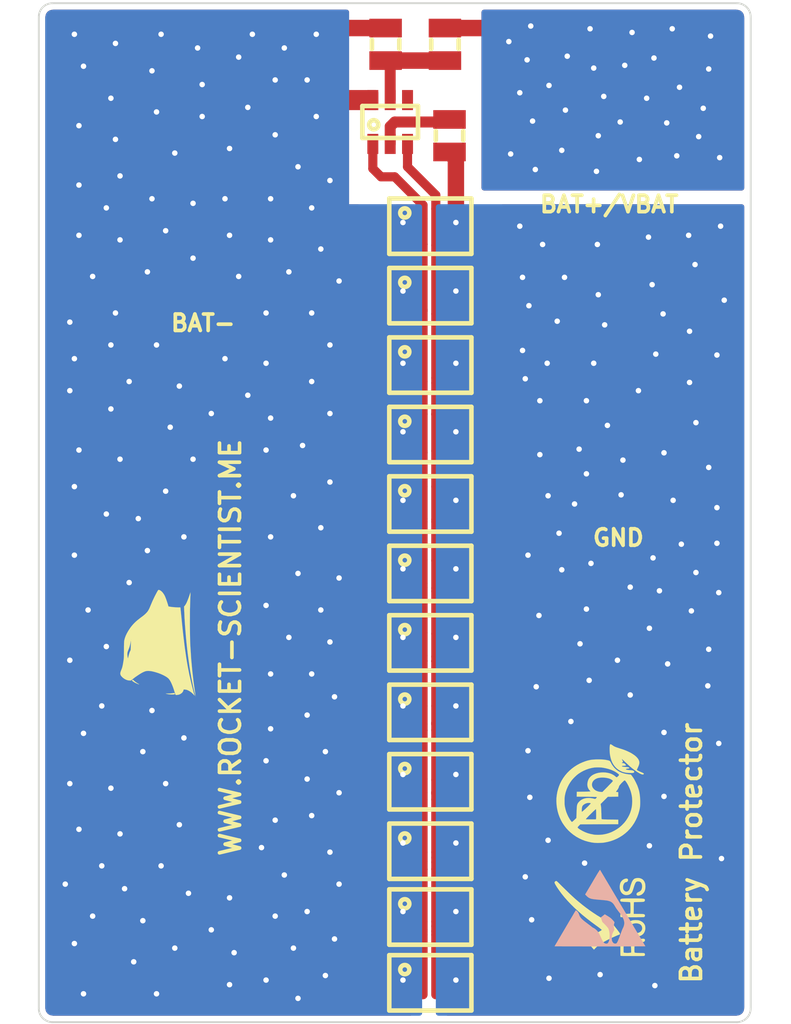
<source format=kicad_pcb>
(kicad_pcb (version 20211014) (generator pcbnew)
  (layers (0 "F.Cu" signal) (31 "B.Cu" signal) (34 "B.Paste" user) (35 "F.Paste" user) (36 "B.SilkS" user) (37 "F.SilkS" user) (38 "B.Mask" user) (39 "F.Mask" user) (44 "Edge.Cuts" user))
  (net 0 "")
  (net 1 "/vBATT")
  (net 2 "GND")
  (net 3 "N-0000014")
  (net 4 "N-0000015")
  (net 5 "N-0000016")
  (net 6 "N-0000017")
  (net 7 "N-0000022")
  (footprint "RS-Quadruped:Logo_Front_5mm" (layer "F.Cu") (at 6.5 35 90)
    (fp_text reference "VAL" hide)
    (fp_text value "REF" hide)
  )
  (footprint "RS-Quadruped:LeadFree_F.SilkS_6mm" (layer "F.Cu") (at 30.75 43.25 90)
    (fp_text reference "VAL" hide)
    (fp_text value "REF" hide)
  )
  (footprint "RS-Quadruped:TSSOP8" (layer "F.Cu") (at 21.45 16)
    (fp_text reference "U2" hide)
    (fp_text value "FS8205A" hide)
  )
  (footprint "RS-Quadruped:TSSOP8" (layer "F.Cu") (at 21.45 19.8)
    (fp_text reference "U3" hide)
    (fp_text value "FS8205A" hide)
  )
  (footprint "RS-Quadruped:TSSOP8" (layer "F.Cu") (at 21.45 23.6)
    (fp_text reference "U4" hide)
    (fp_text value "FS8205A" hide)
  )
  (footprint "RS-Quadruped:TSSOP8" (layer "F.Cu") (at 21.45 27.4)
    (fp_text reference "U5" hide)
    (fp_text value "FS8205A" hide)
  )
  (footprint "RS-Quadruped:TSSOP8" (layer "F.Cu") (at 21.45 31.2)
    (fp_text reference "U6" hide)
    (fp_text value "FS8205A" hide)
  )
  (footprint "RS-Quadruped:TSSOP8" (layer "F.Cu") (at 21.45 35)
    (fp_text reference "U7" hide)
    (fp_text value "FS8205A" hide)
  )
  (footprint "RS-Quadruped:TSSOP8" (layer "F.Cu") (at 21.45 38.8)
    (fp_text reference "U8" hide)
    (fp_text value "FS8205A" hide)
  )
  (footprint "RS-Quadruped:SM0805" (layer "F.Cu") (at 22.5 7.25 90)
    (fp_text reference "R2" hide)
    (fp_text value "1k" hide)
  )
  (footprint "RS-Quadruped:SM0805" (layer "F.Cu") (at 22.25 2.25 90)
    (fp_text reference "R1" hide)
    (fp_text value "100" hide)
  )
  (footprint "RS-Quadruped:SIL2_SMD_P" (layer "F.Cu") (at 14 10 180)
    (fp_text reference "BT1" hide)
    (fp_text value "BATTERY" hide)
  )
  (footprint "RS-Quadruped:SIL2_SMD_P" (layer "F.Cu") (at 38.25 17.75 -90)
    (fp_text reference "K1" hide)
    (fp_text value "CONN_2" hide)
  )
  (footprint "RS-Quadruped:SM0805" (layer "F.Cu") (at 19 2.25 90)
    (fp_text reference "C1" hide)
    (fp_text value "100nf" hide)
  )
  (footprint "RS-Quadruped:TSSOP8" (layer "F.Cu") (at 21.45 42.6)
    (fp_text reference "U9" hide)
    (fp_text value "FS8205A" hide)
  )
  (footprint "RS-Quadruped:SIL1_VIA" (layer "F.Cu") (at 22.85 23.45)
    (fp_text reference "P4" hide)
    (fp_text value "CONN_1" hide)
  )
  (footprint "RS-Quadruped:SIL1_VIA" (layer "F.Cu") (at 22.85 27.2)
    (fp_text reference "P4" hide)
    (fp_text value "CONN_1" hide)
  )
  (footprint "RS-Quadruped:SIL1_VIA" (layer "F.Cu") (at 22.85 34.7)
    (fp_text reference "P4" hide)
    (fp_text value "CONN_1" hide)
  )
  (footprint "RS-Quadruped:SIL1_VIA" (layer "F.Cu") (at 22.85 30.95)
    (fp_text reference "P4" hide)
    (fp_text value "CONN_1" hide)
  )
  (footprint "RS-Quadruped:SIL1_VIA" (layer "F.Cu") (at 22.85 45.95)
    (fp_text reference "P4" hide)
    (fp_text value "CONN_1" hide)
  )
  (footprint "RS-Quadruped:SIL1_VIA" (layer "F.Cu") (at 22.85 49.7)
    (fp_text reference "P4" hide)
    (fp_text value "CONN_1" hide)
  )
  (footprint "RS-Quadruped:SIL1_VIA" (layer "F.Cu") (at 22.85 42.2)
    (fp_text reference "P4" hide)
    (fp_text value "CONN_1" hide)
  )
  (footprint "RS-Quadruped:SIL1_VIA" (layer "F.Cu") (at 22.85 38.45)
    (fp_text reference "P4" hide)
    (fp_text value "CONN_1" hide)
  )
  (footprint "RS-Quadruped:SIL1_VIA" (layer "F.Cu") (at 27.6 13.2)
    (fp_text reference "P4" hide)
    (fp_text value "CONN_1" hide)
  )
  (footprint "RS-Quadruped:SIL1_VIA" (layer "F.Cu") (at 30.6 13.2)
    (fp_text reference "P4" hide)
    (fp_text value "CONN_1" hide)
  )
  (footprint "RS-Quadruped:SIL1_VIA" (layer "F.Cu") (at 34.2 17)
    (fp_text reference "P4" hide)
    (fp_text value "CONN_1" hide)
  )
  (footprint "RS-Quadruped:SIL1_VIA" (layer "F.Cu") (at 33.4 12.8)
    (fp_text reference "P4" hide)
    (fp_text value "CONN_1" hide)
  )
  (footprint "RS-Quadruped:SIL1_VIA" (layer "F.Cu") (at 28.8 15)
    (fp_text reference "P4" hide)
    (fp_text value "CONN_1" hide)
  )
  (footprint "RS-Quadruped:SIL1_VIA" (layer "F.Cu") (at 30.65 15.95)
    (fp_text reference "P4" hide)
    (fp_text value "CONN_1" hide)
  )
  (footprint "RS-Quadruped:SIL1_VIA" (layer "F.Cu") (at 33.6 15.4)
    (fp_text reference "P4" hide)
    (fp_text value "CONN_1" hide)
  )
  (footprint "RS-Quadruped:SIL1_VIA" (layer "F.Cu") (at 35.95 14.3)
    (fp_text reference "P4" hide)
    (fp_text value "CONN_1" hide)
  )
  (footprint "RS-Quadruped:SIL1_VIA" (layer "F.Cu") (at 28.4 17.4)
    (fp_text reference "P4" hide)
    (fp_text value "CONN_1" hide)
  )
  (footprint "RS-Quadruped:SIL1_VIA" (layer "F.Cu") (at 31 17.6)
    (fp_text reference "P4" hide)
    (fp_text value "CONN_1" hide)
  )
  (footprint "RS-Quadruped:SIL1_VIA" (layer "F.Cu") (at 35.65 17.95)
    (fp_text reference "P4" hide)
    (fp_text value "CONN_1" hide)
  )
  (footprint "RS-Quadruped:SIL1_VIA" (layer "F.Cu") (at 33.8 19.2)
    (fp_text reference "P4" hide)
    (fp_text value "CONN_1" hide)
  )
  (footprint "RS-Quadruped:SIL1_VIA" (layer "F.Cu") (at 27.85 19.7)
    (fp_text reference "P4" hide)
    (fp_text value "CONN_1" hide)
  )
  (footprint "RS-Quadruped:SIL1_VIA" (layer "F.Cu") (at 37.55 16.25)
    (fp_text reference "P4" hide)
    (fp_text value "CONN_1" hide)
  )
  (footprint "RS-Quadruped:SIL1_VIA" (layer "F.Cu") (at 30.4 19.7)
    (fp_text reference "P4" hide)
    (fp_text value "CONN_1" hide)
  )
  (footprint "RS-Quadruped:SIL1_VIA" (layer "F.Cu") (at 37.15 19.25)
    (fp_text reference "P4" hide)
    (fp_text value "CONN_1" hide)
  )
  (footprint "RS-Quadruped:SIL1_VIA" (layer "F.Cu") (at 27.45 24.7)
    (fp_text reference "P4" hide)
    (fp_text value "CONN_1" hide)
  )
  (footprint "RS-Quadruped:SIL1_VIA" (layer "F.Cu") (at 35.65 20.75)
    (fp_text reference "P4" hide)
    (fp_text value "CONN_1" hide)
  )
  (footprint "RS-Quadruped:SIL1_VIA" (layer "F.Cu") (at 34.25 43.4)
    (fp_text reference "P4" hide)
    (fp_text value "CONN_1" hide)
  )
  (footprint "RS-Quadruped:SIL1_VIA" (layer "F.Cu") (at 32.85 21.2)
    (fp_text reference "P4" hide)
    (fp_text value "CONN_1" hide)
  )
  (footprint "RS-Quadruped:SIL1_VIA" (layer "F.Cu") (at 27.45 21.75)
    (fp_text reference "P4" hide)
    (fp_text value "CONN_1" hide)
  )
  (footprint "RS-Quadruped:SIL1_VIA" (layer "F.Cu") (at 31.15 23.1)
    (fp_text reference "P4" hide)
    (fp_text value "CONN_1" hide)
  )
  (footprint "RS-Quadruped:SIL1_VIA" (layer "F.Cu") (at 34.75 27.2)
    (fp_text reference "P4" hide)
    (fp_text value "CONN_1" hide)
  )
  (footprint "RS-Quadruped:SIL1_VIA" (layer "F.Cu") (at 36 22.95)
    (fp_text reference "P4" hide)
    (fp_text value "CONN_1" hide)
  )
  (footprint "RS-Quadruped:SIL1_VIA" (layer "F.Cu") (at 31.9 26.9)
    (fp_text reference "P4" hide)
    (fp_text value "CONN_1" hide)
  )
  (footprint "RS-Quadruped:SIL1_VIA" (layer "F.Cu") (at 36.7 25.4)
    (fp_text reference "P4" hide)
    (fp_text value "CONN_1" hide)
  )
  (footprint "RS-Quadruped:SIL1_VIA" (layer "F.Cu") (at 37.15 27.6)
    (fp_text reference "P4" hide)
    (fp_text value "CONN_1" hide)
  )
  (footprint "RS-Quadruped:SIL1_VIA" (layer "F.Cu") (at 37.15 29.55)
    (fp_text reference "P4" hide)
    (fp_text value "CONN_1" hide)
  )
  (footprint "RS-Quadruped:SIL1_VIA" (layer "F.Cu") (at 32.4 31.95)
    (fp_text reference "P4" hide)
    (fp_text value "CONN_1" hide)
  )
  (footprint "RS-Quadruped:SIL1_VIA" (layer "F.Cu") (at 30 33.15)
    (fp_text reference "P4" hide)
    (fp_text value "CONN_1" hide)
  )
  (footprint "RS-Quadruped:SIL1_VIA" (layer "F.Cu") (at 32 25)
    (fp_text reference "P4" hide)
    (fp_text value "CONN_1" hide)
  )
  (footprint "RS-Quadruped:SIL1_VIA" (layer "F.Cu") (at 34.25 24.6)
    (fp_text reference "P4" hide)
    (fp_text value "CONN_1" hide)
  )
  (footprint "RS-Quadruped:SIL1_VIA" (layer "F.Cu") (at 31.7 35.95)
    (fp_text reference "P4" hide)
    (fp_text value "CONN_1" hide)
  )
  (footprint "RS-Quadruped:SIL1_VIA" (layer "F.Cu") (at 27.95 53.35)
    (fp_text reference "P4" hide)
    (fp_text value "CONN_1" hide)
  )
  (footprint "RS-Quadruped:SIL1_VIA" (layer "F.Cu") (at 29.35 27.4)
    (fp_text reference "P4" hide)
    (fp_text value "CONN_1" hide)
  )
  (footprint "RS-Quadruped:SIL1_VIA" (layer "F.Cu") (at 35.2 29.6)
    (fp_text reference "P4" hide)
    (fp_text value "CONN_1" hide)
  )
  (footprint "RS-Quadruped:SIL1_VIA" (layer "F.Cu") (at 33.65 30.35)
    (fp_text reference "P4" hide)
    (fp_text value "CONN_1" hide)
  )
  (footprint "RS-Quadruped:SIL1_VIA" (layer "F.Cu") (at 31.85 6.5)
    (fp_text reference "P4" hide)
    (fp_text value "CONN_1" hide)
  )
  (footprint "RS-Quadruped:SIL1_VIA" (layer "F.Cu") (at 33.3 5.2)
    (fp_text reference "P4" hide)
    (fp_text value "CONN_1" hide)
  )
  (footprint "RS-Quadruped:SIL1_VIA" (layer "F.Cu") (at 32.1 3.4)
    (fp_text reference "P4" hide)
    (fp_text value "CONN_1" hide)
  )
  (footprint "RS-Quadruped:SIL1_VIA" (layer "F.Cu") (at 32.5 1.6)
    (fp_text reference "P4" hide)
    (fp_text value "CONN_1" hide)
  )
  (footprint "RS-Quadruped:SIL1_VIA" (layer "F.Cu") (at 33.7 3)
    (fp_text reference "P4" hide)
    (fp_text value "CONN_1" hide)
  )
  (footprint "RS-Quadruped:SIL1_VIA" (layer "F.Cu") (at 36.8 1.8)
    (fp_text reference "P4" hide)
    (fp_text value "CONN_1" hide)
  )
  (footprint "RS-Quadruped:SIL1_VIA" (layer "F.Cu") (at 34.7 1.4)
    (fp_text reference "P4" hide)
    (fp_text value "CONN_1" hide)
  )
  (footprint "RS-Quadruped:SIL1_VIA" (layer "F.Cu") (at 36.7 3.6)
    (fp_text reference "P4" hide)
    (fp_text value "CONN_1" hide)
  )
  (footprint "RS-Quadruped:SIL1_VIA" (layer "F.Cu") (at 36.4 5.75)
    (fp_text reference "P4" hide)
    (fp_text value "CONN_1" hide)
  )
  (footprint "RS-Quadruped:SIL1_VIA" (layer "F.Cu") (at 34.4 6.55)
    (fp_text reference "P4" hide)
    (fp_text value "CONN_1" hide)
  )
  (footprint "RS-Quadruped:SIL1_VIA" (layer "F.Cu") (at 35.1 4.6)
    (fp_text reference "P4" hide)
    (fp_text value "CONN_1" hide)
  )
  (footprint "RS-Quadruped:SIL1_VIA" (layer "F.Cu") (at 30 25.75)
    (fp_text reference "P4" hide)
    (fp_text value "CONN_1" hide)
  )
  (footprint "RS-Quadruped:SIL1_VIA" (layer "F.Cu") (at 28.5 29)
    (fp_text reference "P4" hide)
    (fp_text value "CONN_1" hide)
  )
  (footprint "RS-Quadruped:SIL1_VIA" (layer "F.Cu") (at 37.25 40.5)
    (fp_text reference "P4" hide)
    (fp_text value "CONN_1" hide)
  )
  (footprint "RS-Quadruped:SIL1_VIA" (layer "F.Cu") (at 35.75 33.25)
    (fp_text reference "P4" hide)
    (fp_text value "CONN_1" hide)
  )
  (footprint "RS-Quadruped:SIL1_VIA" (layer "F.Cu") (at 26.5 19)
    (fp_text reference "P4" hide)
    (fp_text value "CONN_1" hide)
  )
  (footprint "RS-Quadruped:SIL1_VIA" (layer "F.Cu") (at 30 21.75)
    (fp_text reference "P4" hide)
    (fp_text value "CONN_1" hide)
  )
  (footprint "RS-Quadruped:SIL1_VIA" (layer "F.Cu") (at 26.5 15)
    (fp_text reference "P4" hide)
    (fp_text value "CONN_1" hide)
  )
  (footprint "RS-Quadruped:SIL1_VIA" (layer "F.Cu") (at 28.85 5.85)
    (fp_text reference "P4" hide)
    (fp_text value "CONN_1" hide)
  )
  (footprint "RS-Quadruped:SIL1_VIA" (layer "F.Cu") (at 28.65 8.05)
    (fp_text reference "P4" hide)
    (fp_text value "CONN_1" hide)
  )
  (footprint "RS-Quadruped:SIL1_VIA" (layer "F.Cu") (at 30.65 7.25)
    (fp_text reference "P4" hide)
    (fp_text value "CONN_1" hide)
  )
  (footprint "RS-Quadruped:SIL1_VIA" (layer "F.Cu") (at 30.95 5.1)
    (fp_text reference "P4" hide)
    (fp_text value "CONN_1" hide)
  )
  (footprint "RS-Quadruped:SIL1_VIA" (layer "F.Cu") (at 28.95 2.9)
    (fp_text reference "P4" hide)
    (fp_text value "CONN_1" hide)
  )
  (footprint "RS-Quadruped:SIL1_VIA" (layer "F.Cu") (at 27.95 4.5)
    (fp_text reference "P4" hide)
    (fp_text value "CONN_1" hide)
  )
  (footprint "RS-Quadruped:SIL1_VIA" (layer "F.Cu") (at 26.75 3.1)
    (fp_text reference "P4" hide)
    (fp_text value "CONN_1" hide)
  )
  (footprint "RS-Quadruped:SIL1_VIA" (layer "F.Cu") (at 26.35 4.9)
    (fp_text reference "P4" hide)
    (fp_text value "CONN_1" hide)
  )
  (footprint "RS-Quadruped:SIL1_VIA" (layer "F.Cu") (at 27.05 6.45)
    (fp_text reference "P4" hide)
    (fp_text value "CONN_1" hide)
  )
  (footprint "RS-Quadruped:SIL1_VIA" (layer "F.Cu") (at 25.85 8.25)
    (fp_text reference "P4" hide)
    (fp_text value "CONN_1" hide)
  )
  (footprint "RS-Quadruped:SIL1_VIA" (layer "F.Cu") (at 26.95 1.25)
    (fp_text reference "P4" hide)
    (fp_text value "CONN_1" hide)
  )
  (footprint "RS-Quadruped:SIL1_VIA" (layer "F.Cu") (at 30.2 1.4)
    (fp_text reference "P4" hide)
    (fp_text value "CONN_1" hide)
  )
  (footprint "RS-Quadruped:SIL1_VIA" (layer "F.Cu") (at 34.95 8.35)
    (fp_text reference "P4" hide)
    (fp_text value "CONN_1" hide)
  )
  (footprint "RS-Quadruped:SIL1_VIA" (layer "F.Cu") (at 37.3 8.45)
    (fp_text reference "P4" hide)
    (fp_text value "CONN_1" hide)
  )
  (footprint "RS-Quadruped:SIL1_VIA" (layer "F.Cu") (at 30.55 9.2)
    (fp_text reference "P4" hide)
    (fp_text value "CONN_1" hide)
  )
  (footprint "RS-Quadruped:SIL1_VIA" (layer "F.Cu") (at 32.9 8.55)
    (fp_text reference "P4" hide)
    (fp_text value "CONN_1" hide)
  )
  (footprint "RS-Quadruped:SIL1_VIA" (layer "F.Cu") (at 27.2 9.1)
    (fp_text reference "P4" hide)
    (fp_text value "CONN_1" hide)
  )
  (footprint "RS-Quadruped:SIL1_VIA" (layer "F.Cu") (at 36.15 7.3)
    (fp_text reference "P4" hide)
    (fp_text value "CONN_1" hide)
  )
  (footprint "RS-Quadruped:SIL1_VIA" (layer "F.Cu") (at 30.4 3.55)
    (fp_text reference "P4" hide)
    (fp_text value "CONN_1" hide)
  )
  (footprint "RS-Quadruped:SIL1_VIA" (layer "F.Cu") (at 36 31.15)
    (fp_text reference "P4" hide)
    (fp_text value "CONN_1" hide)
  )
  (footprint "RS-Quadruped:SIL1_VIA" (layer "F.Cu") (at 37.4 46.8)
    (fp_text reference "P4" hide)
    (fp_text value "CONN_1" hide)
  )
  (footprint "RS-Quadruped:SIL1_VIA" (layer "F.Cu") (at 34.25 39.9)
    (fp_text reference "P4" hide)
    (fp_text value "CONN_1" hide)
  )
  (footprint "RS-Quadruped:SIL1_VIA" (layer "F.Cu") (at 37.25 32.25)
    (fp_text reference "P4" hide)
    (fp_text value "CONN_1" hide)
  )
  (footprint "RS-Quadruped:SIL1_VIA" (layer "F.Cu") (at 27.25 37.4)
    (fp_text reference "P4" hide)
    (fp_text value "CONN_1" hide)
  )
  (footprint "RS-Quadruped:SIL1_VIA" (layer "F.Cu") (at 30.15 37.05)
    (fp_text reference "P4" hide)
    (fp_text value "CONN_1" hide)
  )
  (footprint "RS-Quadruped:SIL1_VIA" (layer "F.Cu") (at 27 50.15)
    (fp_text reference "P4" hide)
    (fp_text value "CONN_1" hide)
  )
  (footprint "RS-Quadruped:SIL1_VIA" (layer "F.Cu") (at 32.4 37.85)
    (fp_text reference "P4" hide)
    (fp_text value "CONN_1" hide)
  )
  (footprint "RS-Quadruped:SIL1_VIA" (layer "F.Cu") (at 33.45 46.1)
    (fp_text reference "P4" hide)
    (fp_text value "CONN_1" hide)
  )
  (footprint "RS-Quadruped:SIL1_VIA" (layer "F.Cu") (at 26.8 40.9)
    (fp_text reference "P4" hide)
    (fp_text value "CONN_1" hide)
  )
  (footprint "RS-Quadruped:SIL1_VIA" (layer "F.Cu") (at 36.7 35.35)
    (fp_text reference "P4" hide)
    (fp_text value "CONN_1" hide)
  )
  (footprint "RS-Quadruped:SIL1_VIA" (layer "F.Cu") (at 33.45 34.2)
    (fp_text reference "P4" hide)
    (fp_text value "CONN_1" hide)
  )
  (footprint "RS-Quadruped:SIL1_VIA" (layer "F.Cu") (at 26.9 43.45)
    (fp_text reference "P4" hide)
    (fp_text value "CONN_1" hide)
  )
  (footprint "RS-Quadruped:SIL1_VIA" (layer "F.Cu") (at 29.65 35.05)
    (fp_text reference "P4" hide)
    (fp_text value "CONN_1" hide)
  )
  (footprint "RS-Quadruped:SIL1_VIA" (layer "F.Cu") (at 36.65 37.35)
    (fp_text reference "P4" hide)
    (fp_text value "CONN_1" hide)
  )
  (footprint "RS-Quadruped:SIL1_VIA" (layer "F.Cu") (at 34.45 36.15)
    (fp_text reference "P4" hide)
    (fp_text value "CONN_1" hide)
  )
  (footprint "RS-Quadruped:SIL1_VIA" (layer "F.Cu") (at 29.15 39.3)
    (fp_text reference "P4" hide)
    (fp_text value "CONN_1" hide)
  )
  (footprint "RS-Quadruped:SIL1_VIA" (layer "F.Cu") (at 30.75 53.15)
    (fp_text reference "P4" hide)
    (fp_text value "CONN_1" hide)
  )
  (footprint "RS-Quadruped:SIL1_VIA" (layer "F.Cu") (at 27.9 45.8)
    (fp_text reference "P4" hide)
    (fp_text value "CONN_1" hide)
  )
  (footprint "RS-Quadruped:SIL1_VIA" (layer "F.Cu") (at 33.75 53.75)
    (fp_text reference "P4" hide)
    (fp_text value "CONN_1" hide)
  )
  (footprint "RS-Quadruped:SIL1_VIA" (layer "F.Cu") (at 19.95 45.95)
    (fp_text reference "P4" hide)
    (fp_text value "CONN_1" hide)
  )
  (footprint "RS-Quadruped:SIL1_VIA" (layer "F.Cu") (at 19.95 49.7)
    (fp_text reference "P4" hide)
    (fp_text value "CONN_1" hide)
  )
  (footprint "RS-Quadruped:SIL1_VIA" (layer "F.Cu") (at 19.95 42.2)
    (fp_text reference "P4" hide)
    (fp_text value "CONN_1" hide)
  )
  (footprint "RS-Quadruped:SIL1_VIA" (layer "F.Cu") (at 27.4 33.5)
    (fp_text reference "P4" hide)
    (fp_text value "CONN_1" hide)
  )
  (footprint "RS-Quadruped:SIL1_VIA" (layer "F.Cu") (at 28.65 31)
    (fp_text reference "P4" hide)
    (fp_text value "CONN_1" hide)
  )
  (footprint "RS-Quadruped:SIL1_VIA" (layer "F.Cu") (at 27.9 26.95)
    (fp_text reference "P4" hide)
    (fp_text value "CONN_1" hide)
  )
  (footprint "RS-Quadruped:SIL1_VIA" (layer "F.Cu") (at 29.6 24.4)
    (fp_text reference "P4" hide)
    (fp_text value "CONN_1" hide)
  )
  (footprint "RS-Quadruped:SIL1_VIA" (layer "F.Cu") (at 26.65 20.55)
    (fp_text reference "P4" hide)
    (fp_text value "CONN_1" hide)
  )
  (footprint "RS-Quadruped:SIL1_VIA" (layer "F.Cu") (at 26.35 12.2)
    (fp_text reference "P4" hide)
    (fp_text value "CONN_1" hide)
  )
  (footprint "RS-Quadruped:SIL1_VIA" (layer "F.Cu") (at 26.85 16.55)
    (fp_text reference "P4" hide)
    (fp_text value "CONN_1" hide)
  )
  (footprint "RS-Quadruped:SIL1_VIA" (layer "F.Cu") (at 26.8 30.2)
    (fp_text reference "P4" hide)
    (fp_text value "CONN_1" hide)
  )
  (footprint "RS-Quadruped:TSSOP8" (layer "F.Cu") (at 21.45 46.4)
    (fp_text reference "U10" hide)
    (fp_text value "FS8205A" hide)
  )
  (footprint "RS-Quadruped:SIL1_VIA" (layer "F.Cu") (at 19.95 53.45)
    (fp_text reference "P4" hide)
    (fp_text value "CONN_1" hide)
  )
  (footprint "RS-Quadruped:SIL1_VIA" (layer "F.Cu") (at 22.85 53.45)
    (fp_text reference "P4" hide)
    (fp_text value "CONN_1" hide)
  )
  (footprint "RS-Quadruped:SIL1_VIA" (layer "F.Cu") (at 37.35 12.2)
    (fp_text reference "P4" hide)
    (fp_text value "CONN_1" hide)
  )
  (footprint "RS-Quadruped:SIL1_VIA" (layer "F.Cu") (at 35.6 12.7)
    (fp_text reference "P4" hide)
    (fp_text value "CONN_1" hide)
  )
  (footprint "RS-Quadruped:SIL1_VIA" (layer "F.Cu") (at 34 32.15)
    (fp_text reference "P4" hide)
    (fp_text value "CONN_1" hide)
  )
  (footprint "RS-Quadruped:SIL1_VIA" (layer "F.Cu") (at 30.25 30.65)
    (fp_text reference "P4" hide)
    (fp_text value "CONN_1" hide)
  )
  (footprint "RS-Quadruped:TSSOP8" (layer "F.Cu") (at 21.45 50)
    (fp_text reference "U11" hide)
    (fp_text value "FS8205A" hide)
  )
  (footprint "RS-Quadruped:TSSOP8" (layer "F.Cu") (at 21.45 53.6)
    (fp_text reference "U12" hide)
    (fp_text value "FS8205A" hide)
  )
  (footprint "RS-Quadruped:SOT23-6" (layer "F.Cu") (at 19.25 6.5)
    (fp_text reference "U13" hide)
    (fp_text value "FS312F-G" hide)
  )
  (footprint "RS-Quadruped:SIL1_VIA" (layer "F.Cu") (at 22.85 15.75)
    (fp_text reference "P4" hide)
    (fp_text value "CONN_1" hide)
  )
  (footprint "RS-Quadruped:SIL1_VIA" (layer "F.Cu") (at 22.85 19.7)
    (fp_text reference "P4" hide)
    (fp_text value "CONN_1" hide)
  )
  (footprint "RS-Quadruped:SIL1_VIA" (layer "F.Cu") (at 22.85 12)
    (fp_text reference "P4" hide)
    (fp_text value "CONN_1" hide)
  )
  (footprint "RS-Quadruped:SIL1_VIA" (layer "F.Cu") (at 19.95 38.45)
    (fp_text reference "P4" hide)
    (fp_text value "CONN_1" hide)
  )
  (footprint "RS-Quadruped:SIL1_VIA" (layer "F.Cu") (at 19.95 27.2)
    (fp_text reference "P4" hide)
    (fp_text value "CONN_1" hide)
  )
  (footprint "RS-Quadruped:SIL1_VIA" (layer "F.Cu") (at 19.95 34.7)
    (fp_text reference "P4" hide)
    (fp_text value "CONN_1" hide)
  )
  (footprint "RS-Quadruped:SIL1_VIA" (layer "F.Cu") (at 19.95 30.95)
    (fp_text reference "P4" hide)
    (fp_text value "CONN_1" hide)
  )
  (footprint "RS-Quadruped:SIL1_VIA" (layer "F.Cu") (at 19.95 15.75)
    (fp_text reference "P4" hide)
    (fp_text value "CONN_1" hide)
  )
  (footprint "RS-Quadruped:SIL1_VIA" (layer "F.Cu") (at 19.95 19.7)
    (fp_text reference "P4" hide)
    (fp_text value "CONN_1" hide)
  )
  (footprint "RS-Quadruped:SIL1_VIA" (layer "F.Cu") (at 19.95 12)
    (fp_text reference "P4" hide)
    (fp_text value "CONN_1" hide)
  )
  (footprint "RS-Quadruped:SIL1_VIA" (layer "F.Cu") (at 19.95 23.45)
    (fp_text reference "P4" hide)
    (fp_text value "CONN_1" hide)
  )
  (footprint "RS-Quadruped:ROHS_F.SilkS_6mm" (layer "F.Cu") (at 30.75 50 90)
    (fp_text reference "VAL" hide)
    (fp_text value "REF" hide)
  )
  (footprint "RS-Quadruped:SIL1_VIA" (layer "F.Cu") (at 29.9 47.05)
    (fp_text reference "P4" hide)
    (fp_text value "CONN_1" hide)
  )
  (footprint "RS-Quadruped:SIL1_VIA" (layer "F.Cu") (at 26.65 47.8)
    (fp_text reference "P4" hide)
    (fp_text value "CONN_1" hide)
  )
  (footprint "RS-Quadruped:SIL1_VIA" (layer "F.Cu") (at 1.95 1.7)
    (fp_text reference "P4" hide)
    (fp_text value "CONN_1" hide)
  )
  (footprint "RS-Quadruped:SIL1_VIA" (layer "F.Cu") (at 4.2 2.2)
    (fp_text reference "P4" hide)
    (fp_text value "CONN_1" hide)
  )
  (footprint "RS-Quadruped:SIL1_VIA" (layer "F.Cu") (at 6.7 1.7)
    (fp_text reference "P4" hide)
    (fp_text value "CONN_1" hide)
  )
  (footprint "RS-Quadruped:SIL1_VIA" (layer "F.Cu") (at 13.45 2.45)
    (fp_text reference "P4" hide)
    (fp_text value "CONN_1" hide)
  )
  (footprint "RS-Quadruped:SIL1_VIA" (layer "F.Cu") (at 10.95 2.95)
    (fp_text reference "P4" hide)
    (fp_text value "CONN_1" hide)
  )
  (footprint "RS-Quadruped:SIL1_VIA" (layer "F.Cu") (at 8.7 2.45)
    (fp_text reference "P4" hide)
    (fp_text value "CONN_1" hide)
  )
  (footprint "RS-Quadruped:SIL1_VIA" (layer "F.Cu") (at 11.7 1.7)
    (fp_text reference "P4" hide)
    (fp_text value "CONN_1" hide)
  )
  (footprint "RS-Quadruped:SIL1_VIA" (layer "F.Cu") (at 15.2 1.7)
    (fp_text reference "P4" hide)
    (fp_text value "CONN_1" hide)
  )
  (footprint "RS-Quadruped:SIL1_VIA" (layer "F.Cu") (at 14.7 4.2)
    (fp_text reference "P4" hide)
    (fp_text value "CONN_1" hide)
  )
  (footprint "RS-Quadruped:SIL1_VIA" (layer "F.Cu") (at 12.95 4.2)
    (fp_text reference "P4" hide)
    (fp_text value "CONN_1" hide)
  )
  (footprint "RS-Quadruped:SIL1_VIA" (layer "F.Cu") (at 15.2 6.2)
    (fp_text reference "P4" hide)
    (fp_text value "CONN_1" hide)
  )
  (footprint "RS-Quadruped:SIL1_VIA" (layer "F.Cu") (at 2.45 3.45)
    (fp_text reference "P4" hide)
    (fp_text value "CONN_1" hide)
  )
  (footprint "RS-Quadruped:SIL1_VIA" (layer "F.Cu") (at 6.2 3.7)
    (fp_text reference "P4" hide)
    (fp_text value "CONN_1" hide)
  )
  (footprint "RS-Quadruped:SIL1_VIA" (layer "F.Cu") (at 8.95 4.45)
    (fp_text reference "P4" hide)
    (fp_text value "CONN_1" hide)
  )
  (footprint "RS-Quadruped:SIL1_VIA" (layer "F.Cu") (at 11.45 5.7)
    (fp_text reference "P4" hide)
    (fp_text value "CONN_1" hide)
  )
  (footprint "RS-Quadruped:SIL1_VIA" (layer "F.Cu") (at 12.95 7.2)
    (fp_text reference "P4" hide)
    (fp_text value "CONN_1" hide)
  )
  (footprint "RS-Quadruped:SIL1_VIA" (layer "F.Cu") (at 3.95 5.2)
    (fp_text reference "P4" hide)
    (fp_text value "CONN_1" hide)
  )
  (footprint "RS-Quadruped:SIL1_VIA" (layer "F.Cu") (at 2.2 6.7)
    (fp_text reference "P4" hide)
    (fp_text value "CONN_1" hide)
  )
  (footprint "RS-Quadruped:SIL1_VIA" (layer "F.Cu") (at 6.45 5.95)
    (fp_text reference "P4" hide)
    (fp_text value "CONN_1" hide)
  )
  (footprint "RS-Quadruped:SIL1_VIA" (layer "F.Cu") (at 7.45 8.2)
    (fp_text reference "P4" hide)
    (fp_text value "CONN_1" hide)
  )
  (footprint "RS-Quadruped:SIL1_VIA" (layer "F.Cu") (at 10.45 7.95)
    (fp_text reference "P4" hide)
    (fp_text value "CONN_1" hide)
  )
  (footprint "RS-Quadruped:SIL1_VIA" (layer "F.Cu") (at 14.2 8.95)
    (fp_text reference "P4" hide)
    (fp_text value "CONN_1" hide)
  )
  (footprint "RS-Quadruped:SIL1_VIA" (layer "F.Cu") (at 10.2 10.7)
    (fp_text reference "P4" hide)
    (fp_text value "CONN_1" hide)
  )
  (footprint "RS-Quadruped:SIL1_VIA" (layer "F.Cu") (at 14.95 11.2)
    (fp_text reference "P4" hide)
    (fp_text value "CONN_1" hide)
  )
  (footprint "RS-Quadruped:SIL1_VIA" (layer "F.Cu") (at 12.7 10.7)
    (fp_text reference "P4" hide)
    (fp_text value "CONN_1" hide)
  )
  (footprint "RS-Quadruped:SIL1_VIA" (layer "F.Cu") (at 15.45 13.45)
    (fp_text reference "P4" hide)
    (fp_text value "CONN_1" hide)
  )
  (footprint "RS-Quadruped:SIL1_VIA" (layer "F.Cu") (at 12.7 12.95)
    (fp_text reference "P4" hide)
    (fp_text value "CONN_1" hide)
  )
  (footprint "RS-Quadruped:SIL1_VIA" (layer "F.Cu") (at 6.2 10.7)
    (fp_text reference "P4" hide)
    (fp_text value "CONN_1" hide)
  )
  (footprint "RS-Quadruped:SIL1_VIA" (layer "F.Cu") (at 4.45 9.45)
    (fp_text reference "P4" hide)
    (fp_text value "CONN_1" hide)
  )
  (footprint "RS-Quadruped:SIL1_VIA" (layer "F.Cu") (at 8.95 6.2)
    (fp_text reference "P4" hide)
    (fp_text value "CONN_1" hide)
  )
  (footprint "RS-Quadruped:SIL1_VIA" (layer "F.Cu") (at 4.45 12.95)
    (fp_text reference "P4" hide)
    (fp_text value "CONN_1" hide)
  )
  (footprint "RS-Quadruped:SIL1_VIA" (layer "F.Cu") (at 5.95 14.7)
    (fp_text reference "P4" hide)
    (fp_text value "CONN_1" hide)
  )
  (footprint "RS-Quadruped:SIL1_VIA" (layer "F.Cu") (at 2.95 14.95)
    (fp_text reference "P4" hide)
    (fp_text value "CONN_1" hide)
  )
  (footprint "RS-Quadruped:SIL1_VIA" (layer "F.Cu") (at 8.45 13.95)
    (fp_text reference "P4" hide)
    (fp_text value "CONN_1" hide)
  )
  (footprint "RS-Quadruped:SIL1_VIA" (layer "F.Cu") (at 6.95 12.45)
    (fp_text reference "P4" hide)
    (fp_text value "CONN_1" hide)
  )
  (footprint "RS-Quadruped:SIL1_VIA" (layer "F.Cu") (at 3.7 11.2)
    (fp_text reference "P4" hide)
    (fp_text value "CONN_1" hide)
  )
  (footprint "RS-Quadruped:SIL1_VIA" (layer "F.Cu") (at 8.45 10.95)
    (fp_text reference "P4" hide)
    (fp_text value "CONN_1" hide)
  )
  (footprint "RS-Quadruped:SIL1_VIA" (layer "F.Cu") (at 10.45 12.7)
    (fp_text reference "P4" hide)
    (fp_text value "CONN_1" hide)
  )
  (footprint "RS-Quadruped:SIL1_VIA" (layer "F.Cu") (at 2.2 9.95)
    (fp_text reference "P4" hide)
    (fp_text value "CONN_1" hide)
  )
  (footprint "RS-Quadruped:SIL1_VIA" (layer "F.Cu") (at 4.2 7.45)
    (fp_text reference "P4" hide)
    (fp_text value "CONN_1" hide)
  )
  (footprint "RS-Quadruped:SIL1_VIA" (layer "F.Cu") (at 13.7 14.7)
    (fp_text reference "P4" hide)
    (fp_text value "CONN_1" hide)
  )
  (footprint "RS-Quadruped:SIL1_VIA" (layer "F.Cu") (at 10.95 14.95)
    (fp_text reference "P4" hide)
    (fp_text value "CONN_1" hide)
  )
  (footprint "RS-Quadruped:SIL1_VIA" (layer "F.Cu") (at 2.2 12.7)
    (fp_text reference "P4" hide)
    (fp_text value "CONN_1" hide)
  )
  (footprint "RS-Quadruped:SIL1_VIA" (layer "F.Cu") (at 12.45 19.7)
    (fp_text reference "P4" hide)
    (fp_text value "CONN_1" hide)
  )
  (footprint "RS-Quadruped:SIL1_VIA" (layer "F.Cu") (at 15.95 18.7)
    (fp_text reference "P4" hide)
    (fp_text value "CONN_1" hide)
  )
  (footprint "RS-Quadruped:SIL1_VIA" (layer "F.Cu") (at 14.95 16.95)
    (fp_text reference "P4" hide)
    (fp_text value "CONN_1" hide)
  )
  (footprint "RS-Quadruped:SIL1_VIA" (layer "F.Cu") (at 10.2 19.45)
    (fp_text reference "P4" hide)
    (fp_text value "CONN_1" hide)
  )
  (footprint "RS-Quadruped:SIL1_VIA" (layer "F.Cu") (at 12.45 16.95)
    (fp_text reference "P4" hide)
    (fp_text value "CONN_1" hide)
  )
  (footprint "RS-Quadruped:SIL1_VIA" (layer "F.Cu") (at 16.45 15.2)
    (fp_text reference "P4" hide)
    (fp_text value "CONN_1" hide)
  )
  (footprint "RS-Quadruped:SIL1_VIA" (layer "F.Cu") (at 7.7 20.95)
    (fp_text reference "P4" hide)
    (fp_text value "CONN_1" hide)
  )
  (footprint "RS-Quadruped:SIL1_VIA" (layer "F.Cu") (at 14.95 20.7)
    (fp_text reference "P4" hide)
    (fp_text value "CONN_1" hide)
  )
  (footprint "RS-Quadruped:SIL1_VIA" (layer "F.Cu") (at 15.95 22.45)
    (fp_text reference "P4" hide)
    (fp_text value "CONN_1" hide)
  )
  (footprint "RS-Quadruped:SIL1_VIA" (layer "F.Cu") (at 12.7 22.7)
    (fp_text reference "P4" hide)
    (fp_text value "CONN_1" hide)
  )
  (footprint "RS-Quadruped:SIL1_VIA" (layer "F.Cu") (at 6.45 18.7)
    (fp_text reference "P4" hide)
    (fp_text value "CONN_1" hide)
  )
  (footprint "RS-Quadruped:SIL1_VIA" (layer "F.Cu") (at 3.95 18.7)
    (fp_text reference "P4" hide)
    (fp_text value "CONN_1" hide)
  )
  (footprint "RS-Quadruped:SIL1_VIA" (layer "F.Cu") (at 1.7 17.45)
    (fp_text reference "P4" hide)
    (fp_text value "CONN_1" hide)
  )
  (footprint "RS-Quadruped:SIL1_VIA" (layer "F.Cu") (at 4.2 16.95)
    (fp_text reference "P4" hide)
    (fp_text value "CONN_1" hide)
  )
  (footprint "RS-Quadruped:SIL1_VIA" (layer "F.Cu") (at 1.7 21.2)
    (fp_text reference "P4" hide)
    (fp_text value "CONN_1" hide)
  )
  (footprint "RS-Quadruped:SIL1_VIA" (layer "F.Cu") (at 1.95 19.45)
    (fp_text reference "P4" hide)
    (fp_text value "CONN_1" hide)
  )
  (footprint "RS-Quadruped:SIL1_VIA" (layer "F.Cu") (at 4.95 20.7)
    (fp_text reference "P4" hide)
    (fp_text value "CONN_1" hide)
  )
  (footprint "RS-Quadruped:SIL1_VIA" (layer "F.Cu") (at 25.75 2.1)
    (fp_text reference "P4" hide)
    (fp_text value "CONN_1" hide)
  )
  (footprint "RS-Quadruped:SIL1_VIA" (layer "F.Cu") (at 15.95 9.7)
    (fp_text reference "P4" hide)
    (fp_text value "CONN_1" hide)
  )
  (footprint "RS-Quadruped:SIL1_VIA" (layer "F.Cu") (at 3.95 22.2)
    (fp_text reference "P4" hide)
    (fp_text value "CONN_1" hide)
  )
  (footprint "RS-Quadruped:SIL1_VIA" (layer "F.Cu") (at 11.45 21.45)
    (fp_text reference "P4" hide)
    (fp_text value "CONN_1" hide)
  )
  (footprint "RS-Quadruped:SIL1_VIA" (layer "F.Cu") (at 2.2 24.45)
    (fp_text reference "P4" hide)
    (fp_text value "CONN_1" hide)
  )
  (footprint "RS-Quadruped:SIL1_VIA" (layer "F.Cu") (at 7.2 23.2)
    (fp_text reference "P4" hide)
    (fp_text value "CONN_1" hide)
  )
  (footprint "RS-Quadruped:SIL1_VIA" (layer "F.Cu") (at 9.45 22.45)
    (fp_text reference "P4" hide)
    (fp_text value "CONN_1" hide)
  )
  (footprint "RS-Quadruped:SIL1_VIA" (layer "F.Cu") (at 6.95 26.7)
    (fp_text reference "P4" hide)
    (fp_text value "CONN_1" hide)
  )
  (footprint "RS-Quadruped:SIL1_VIA" (layer "F.Cu") (at 12.45 24.45)
    (fp_text reference "P4" hide)
    (fp_text value "CONN_1" hide)
  )
  (footprint "RS-Quadruped:SIL1_VIA" (layer "F.Cu") (at 14.45 24.2)
    (fp_text reference "P4" hide)
    (fp_text value "CONN_1" hide)
  )
  (footprint "RS-Quadruped:SIL1_VIA" (layer "F.Cu") (at 13.95 26.95)
    (fp_text reference "P4" hide)
    (fp_text value "CONN_1" hide)
  )
  (footprint "RS-Quadruped:SIL1_VIA" (layer "F.Cu") (at 15.95 26.2)
    (fp_text reference "P4" hide)
    (fp_text value "CONN_1" hide)
  )
  (footprint "RS-Quadruped:SIL1_VIA" (layer "F.Cu") (at 12.7 29.2)
    (fp_text reference "P4" hide)
    (fp_text value "CONN_1" hide)
  )
  (footprint "RS-Quadruped:SIL1_VIA" (layer "F.Cu") (at 15.45 28.7)
    (fp_text reference "P4" hide)
    (fp_text value "CONN_1" hide)
  )
  (footprint "RS-Quadruped:SIL1_VIA" (layer "F.Cu") (at 8.45 24.95)
    (fp_text reference "P4" hide)
    (fp_text value "CONN_1" hide)
  )
  (footprint "RS-Quadruped:SIL1_VIA" (layer "F.Cu") (at 4.95 31.7)
    (fp_text reference "P4" hide)
    (fp_text value "CONN_1" hide)
  )
  (footprint "RS-Quadruped:SIL1_VIA" (layer "F.Cu") (at 2.7 33.2)
    (fp_text reference "P4" hide)
    (fp_text value "CONN_1" hide)
  )
  (footprint "RS-Quadruped:SIL1_VIA" (layer "F.Cu") (at 5.45 28.2)
    (fp_text reference "P4" hide)
    (fp_text value "CONN_1" hide)
  )
  (footprint "RS-Quadruped:SIL1_VIA" (layer "F.Cu") (at 3.7 27.95)
    (fp_text reference "P4" hide)
    (fp_text value "CONN_1" hide)
  )
  (footprint "RS-Quadruped:SIL1_VIA" (layer "F.Cu") (at 4.45 24.95)
    (fp_text reference "P4" hide)
    (fp_text value "CONN_1" hide)
  )
  (footprint "RS-Quadruped:SIL1_VIA" (layer "F.Cu") (at 1.95 26.45)
    (fp_text reference "P4" hide)
    (fp_text value "CONN_1" hide)
  )
  (footprint "RS-Quadruped:SIL1_VIA" (layer "F.Cu") (at 5.95 29.95)
    (fp_text reference "P4" hide)
    (fp_text value "CONN_1" hide)
  )
  (footprint "RS-Quadruped:SIL1_VIA" (layer "F.Cu") (at 7.95 29.2)
    (fp_text reference "P4" hide)
    (fp_text value "CONN_1" hide)
  )
  (footprint "RS-Quadruped:SIL1_VIA" (layer "F.Cu") (at 1.7 42.7)
    (fp_text reference "P4" hide)
    (fp_text value "CONN_1" hide)
  )
  (footprint "RS-Quadruped:SIL1_VIA" (layer "F.Cu") (at 6.95 42.7)
    (fp_text reference "P4" hide)
    (fp_text value "CONN_1" hide)
  )
  (footprint "RS-Quadruped:SIL1_VIA" (layer "F.Cu") (at 7.95 40.2)
    (fp_text reference "P4" hide)
    (fp_text value "CONN_1" hide)
  )
  (footprint "RS-Quadruped:SIL1_VIA" (layer "F.Cu") (at 5.7 40.95)
    (fp_text reference "P4" hide)
    (fp_text value "CONN_1" hide)
  )
  (footprint "RS-Quadruped:SIL1_VIA" (layer "F.Cu") (at 2.45 39.95)
    (fp_text reference "P4" hide)
    (fp_text value "CONN_1" hide)
  )
  (footprint "RS-Quadruped:SIL1_VIA" (layer "F.Cu") (at 3.45 38.45)
    (fp_text reference "P4" hide)
    (fp_text value "CONN_1" hide)
  )
  (footprint "RS-Quadruped:SIL1_VIA" (layer "F.Cu") (at 6.2 38.7)
    (fp_text reference "P4" hide)
    (fp_text value "CONN_1" hide)
  )
  (footprint "RS-Quadruped:SIL1_VIA" (layer "F.Cu") (at 2.45 54.2)
    (fp_text reference "P4" hide)
    (fp_text value "CONN_1" hide)
  )
  (footprint "RS-Quadruped:SIL1_VIA" (layer "F.Cu") (at 6.45 54.2)
    (fp_text reference "P4" hide)
    (fp_text value "CONN_1" hide)
  )
  (footprint "RS-Quadruped:SIL1_VIA" (layer "F.Cu") (at 12.45 53.45)
    (fp_text reference "P4" hide)
    (fp_text value "CONN_1" hide)
  )
  (footprint "RS-Quadruped:SIL1_VIA" (layer "F.Cu") (at 10.45 53.7)
    (fp_text reference "P4" hide)
    (fp_text value "CONN_1" hide)
  )
  (footprint "RS-Quadruped:SIL1_VIA" (layer "F.Cu") (at 7.45 51.7)
    (fp_text reference "P4" hide)
    (fp_text value "CONN_1" hide)
  )
  (footprint "RS-Quadruped:SIL1_VIA" (layer "F.Cu") (at 5.2 52.45)
    (fp_text reference "P4" hide)
    (fp_text value "CONN_1" hide)
  )
  (footprint "RS-Quadruped:SIL1_VIA" (layer "F.Cu") (at 9.45 50.7)
    (fp_text reference "P4" hide)
    (fp_text value "CONN_1" hide)
  )
  (footprint "RS-Quadruped:SIL1_VIA" (layer "F.Cu") (at 1.95 51.45)
    (fp_text reference "P4" hide)
    (fp_text value "CONN_1" hide)
  )
  (footprint "RS-Quadruped:SIL1_VIA" (layer "F.Cu") (at 2.95 49.95)
    (fp_text reference "P4" hide)
    (fp_text value "CONN_1" hide)
  )
  (footprint "RS-Quadruped:SIL1_VIA" (layer "F.Cu") (at 10.7 51.95)
    (fp_text reference "P4" hide)
    (fp_text value "CONN_1" hide)
  )
  (footprint "RS-Quadruped:SIL1_VIA" (layer "F.Cu") (at 13.95 51.7)
    (fp_text reference "P4" hide)
    (fp_text value "CONN_1" hide)
  )
  (footprint "RS-Quadruped:SIL1_VIA" (layer "F.Cu") (at 12.95 49.95)
    (fp_text reference "P4" hide)
    (fp_text value "CONN_1" hide)
  )
  (footprint "RS-Quadruped:SIL1_VIA" (layer "F.Cu") (at 5.7 50.2)
    (fp_text reference "P4" hide)
    (fp_text value "CONN_1" hide)
  )
  (footprint "RS-Quadruped:SIL1_VIA" (layer "F.Cu") (at 8.2 48.7)
    (fp_text reference "P4" hide)
    (fp_text value "CONN_1" hide)
  )
  (footprint "RS-Quadruped:SIL1_VIA" (layer "F.Cu") (at 10.45 48.95)
    (fp_text reference "P4" hide)
    (fp_text value "CONN_1" hide)
  )
  (footprint "RS-Quadruped:SIL1_VIA" (layer "F.Cu") (at 16.45 48.2)
    (fp_text reference "P4" hide)
    (fp_text value "CONN_1" hide)
  )
  (footprint "RS-Quadruped:SIL1_VIA" (layer "F.Cu") (at 12.2 46.2)
    (fp_text reference "P4" hide)
    (fp_text value "CONN_1" hide)
  )
  (footprint "RS-Quadruped:SIL1_VIA" (layer "F.Cu") (at 14.95 44.45)
    (fp_text reference "P4" hide)
    (fp_text value "CONN_1" hide)
  )
  (footprint "RS-Quadruped:SIL1_VIA" (layer "F.Cu") (at 13.45 47.7)
    (fp_text reference "P4" hide)
    (fp_text value "CONN_1" hide)
  )
  (footprint "RS-Quadruped:SIL1_VIA" (layer "F.Cu") (at 15.95 46.45)
    (fp_text reference "P4" hide)
    (fp_text value "CONN_1" hide)
  )
  (footprint "RS-Quadruped:SIL1_VIA" (layer "F.Cu") (at 15.7 53.2)
    (fp_text reference "P4" hide)
    (fp_text value "CONN_1" hide)
  )
  (footprint "RS-Quadruped:SIL1_VIA" (layer "F.Cu") (at 14.7 49.7)
    (fp_text reference "P4" hide)
    (fp_text value "CONN_1" hide)
  )
  (footprint "RS-Quadruped:SIL1_VIA" (layer "F.Cu") (at 12.95 44.7)
    (fp_text reference "P4" hide)
    (fp_text value "CONN_1" hide)
  )
  (footprint "RS-Quadruped:SIL1_VIA" (layer "F.Cu") (at 14.7 42.45)
    (fp_text reference "P4" hide)
    (fp_text value "CONN_1" hide)
  )
  (footprint "RS-Quadruped:SIL1_VIA" (layer "F.Cu") (at 15.7 40.95)
    (fp_text reference "P4" hide)
    (fp_text value "CONN_1" hide)
  )
  (footprint "RS-Quadruped:SIL1_VIA" (layer "F.Cu") (at 12.7 39.7)
    (fp_text reference "P4" hide)
    (fp_text value "CONN_1" hide)
  )
  (footprint "RS-Quadruped:SIL1_VIA" (layer "F.Cu") (at 12.45 41.45)
    (fp_text reference "P4" hide)
    (fp_text value "CONN_1" hide)
  )
  (footprint "RS-Quadruped:SIL1_VIA" (layer "F.Cu") (at 14.7 38.95)
    (fp_text reference "P4" hide)
    (fp_text value "CONN_1" hide)
  )
  (footprint "RS-Quadruped:SIL1_VIA" (layer "F.Cu") (at 1.95 30.2)
    (fp_text reference "P4" hide)
    (fp_text value "CONN_1" hide)
  )
  (footprint "RS-Quadruped:SIL1_VIA" (layer "F.Cu") (at 4.45 45.45)
    (fp_text reference "P4" hide)
    (fp_text value "CONN_1" hide)
  )
  (footprint "RS-Quadruped:SIL1_VIA" (layer "F.Cu") (at 2.2 45.2)
    (fp_text reference "P4" hide)
    (fp_text value "CONN_1" hide)
  )
  (footprint "RS-Quadruped:SIL1_VIA" (layer "F.Cu") (at 4.7 48.45)
    (fp_text reference "P4" hide)
    (fp_text value "CONN_1" hide)
  )
  (footprint "RS-Quadruped:SIL1_VIA" (layer "F.Cu") (at 3.45 47.2)
    (fp_text reference "P4" hide)
    (fp_text value "CONN_1" hide)
  )
  (footprint "RS-Quadruped:SIL1_VIA" (layer "F.Cu") (at 1.45 48.2)
    (fp_text reference "P4" hide)
    (fp_text value "CONN_1" hide)
  )
  (footprint "RS-Quadruped:SIL1_VIA" (layer "F.Cu") (at 6.7 47.2)
    (fp_text reference "P4" hide)
    (fp_text value "CONN_1" hide)
  )
  (footprint "RS-Quadruped:SIL1_VIA" (layer "F.Cu") (at 7.7 44.95)
    (fp_text reference "P4" hide)
    (fp_text value "CONN_1" hide)
  )
  (footprint "RS-Quadruped:SIL1_VIA" (layer "F.Cu") (at 3.95 42.95)
    (fp_text reference "P4" hide)
    (fp_text value "CONN_1" hide)
  )
  (footprint "RS-Quadruped:SIL1_VIA" (layer "F.Cu") (at 16.45 43.2)
    (fp_text reference "P4" hide)
    (fp_text value "CONN_1" hide)
  )
  (footprint "RS-Quadruped:SIL1_VIA" (layer "F.Cu") (at 16.2 51.2)
    (fp_text reference "P4" hide)
    (fp_text value "CONN_1" hide)
  )
  (footprint "RS-Quadruped:SIL1_VIA" (layer "F.Cu") (at 14.2 54.45)
    (fp_text reference "P4" hide)
    (fp_text value "CONN_1" hide)
  )
  (footprint "RS-Quadruped:SIL1_VIA" (layer "F.Cu") (at 14.95 36.7)
    (fp_text reference "P4" hide)
    (fp_text value "CONN_1" hide)
  )
  (footprint "RS-Quadruped:SIL1_VIA" (layer "F.Cu") (at 16.2 37.95)
    (fp_text reference "P4" hide)
    (fp_text value "CONN_1" hide)
  )
  (footprint "RS-Quadruped:SIL1_VIA" (layer "F.Cu") (at 13.7 34.7)
    (fp_text reference "P4" hide)
    (fp_text value "CONN_1" hide)
  )
  (footprint "RS-Quadruped:SIL1_VIA" (layer "F.Cu") (at 15.95 34.95)
    (fp_text reference "P4" hide)
    (fp_text value "CONN_1" hide)
  )
  (footprint "RS-Quadruped:SIL1_VIA" (layer "F.Cu") (at 12.7 36.7)
    (fp_text reference "P4" hide)
    (fp_text value "CONN_1" hide)
  )
  (footprint "RS-Quadruped:SIL1_VIA" (layer "F.Cu") (at 16.45 31.45)
    (fp_text reference "P4" hide)
    (fp_text value "CONN_1" hide)
  )
  (footprint "RS-Quadruped:SIL1_VIA" (layer "F.Cu") (at 14.2 31.2)
    (fp_text reference "P4" hide)
    (fp_text value "CONN_1" hide)
  )
  (footprint "RS-Quadruped:SIL1_VIA" (layer "F.Cu") (at 15.45 33.2)
    (fp_text reference "P4" hide)
    (fp_text value "CONN_1" hide)
  )
  (footprint "RS-Quadruped:SIL1_VIA" (layer "F.Cu") (at 12.45 32.95)
    (fp_text reference "P4" hide)
    (fp_text value "CONN_1" hide)
  )
  (footprint "RS-Quadruped:SIL1_VIA" (layer "F.Cu") (at 1.7 35.95)
    (fp_text reference "P4" hide)
    (fp_text value "CONN_1" hide)
  )
  (footprint "RS-Quadruped:SIL1_VIA" (layer "F.Cu") (at 3.7 35.2)
    (fp_text reference "P4" hide)
    (fp_text value "CONN_1" hide)
  )
  (footprint "RS-Quadruped:TSSOP8" (layer "F.Cu") (at 21.45 12.2)
    (fp_text reference "U1" hide)
    (fp_text value "FS8205A" hide)
  )
  (footprint "RS-Quadruped:ESD_Mark_5mm" (layer "B.Cu") (at 30.75 49.5 180)
    (fp_text reference "VAL" hide)
    (fp_text value "REF" hide)
  )
  (gr_line (start 0 55) (end 0 0.75) (layer "Edge.Cuts") (width 0.1))
  (gr_line (start 38.25 55.75) (end 0.75 55.75) (layer "Edge.Cuts") (width 0.1))
  (gr_line (start 39 0.75) (end 39 55) (layer "Edge.Cuts") (width 0.1))
  (gr_arc (start 0.75 55.75) (mid 0.21967 55.53033) (end 0 55) (layer "Edge.Cuts") (width 0.1))
  (gr_line (start 0.75 0) (end 38.25 0) (layer "Edge.Cuts") (width 0.1))
  (gr_arc (start 38.25 0) (mid 38.78033 0.21967) (end 39 0.75) (layer "Edge.Cuts") (width 0.1))
  (gr_arc (start 39 55) (mid 38.78033 55.53033) (end 38.25 55.75) (layer "Edge.Cuts") (width 0.1))
  (gr_arc (start 0 0.75) (mid 0.21967 0.21967) (end 0.75 0) (layer "Edge.Cuts") (width 0.1))
  (gr_text "GND" (at 31.75 29.25) (layer "F.SilkS") (effects (font (size 0.9 0.9) (thickness 0.2))))
  (gr_text "BAT+/VBAT" (at 31.25 11) (layer "F.SilkS") (effects (font (size 0.9 0.9) (thickness 0.2))))
  (gr_text "Battery Protector" (at 35.75 46.5 90) (layer "F.SilkS") (effects (font (size 1.1 1.1) (thickness 0.2))))
  (gr_text "WWW.ROCKET-SCIENTIST.ME" (at 10.5 35.25 90) (layer "F.SilkS") (effects (font (size 1.1 1.1) (thickness 0.2))))
  (gr_text "BAT-" (at 9 17.5) (layer "F.SilkS") (effects (font (size 0.9 0.9) (thickness 0.2))))
  (segment (start 26.36 1.36) (end 26.5 1.5) (width 0.9) (layer "F.Cu") (net 1))
  (segment (start 22.25 1.36) (end 26.36 1.36) (width 0.9) (layer "F.Cu") (net 1))
  (segment (start 22.85 8.49) (end 22.5 8.14) (width 0.9) (layer "F.Cu") (net 2))
  (segment (start 22.85 12) (end 22.85 8.49) (width 0.9) (layer "F.Cu") (net 2))
  (segment (start 21.75 46.45) (end 21.75 43.575) (width 0.5) (layer "F.Cu") (net 3))
  (segment (start 21.75 42.5) (end 21.75 39.775) (width 0.5) (layer "F.Cu") (net 3))
  (segment (start 21.75 38.45) (end 21.75 36) (width 0.5) (layer "F.Cu") (net 3))
  (segment (start 21.75 34.5) (end 21.75 32.175) (width 0.5) (layer "F.Cu") (net 3))
  (segment (start 21.75 30.5) (end 21.75 28.375) (width 0.5) (layer "F.Cu") (net 3))
  (segment (start 21.75 26.45) (end 21.75 24.5) (width 0.5) (layer "F.Cu") (net 3))
  (segment (start 21.75 22.5) (end 21.75 22.45) (width 0.5) (layer "F.Cu") (net 3))
  (segment (start 21.75 11.25) (end 21.75 13.25) (width 0.5) (layer "F.Cu") (net 3))
  (segment (start 21.75 10.5) (end 20.2 8.95) (width 0.5) (layer "F.Cu") (net 3))
  (segment (start 20.2 8.95) (end 20.2 7.7) (width 0.5) (layer "F.Cu") (net 3))
  (segment (start 21.75 50.5) (end 21.75 50.25) (width 0.5) (layer "F.Cu") (net 3))
  (segment (start 21.75 46.75) (end 21.75 46.45) (width 0.5) (layer "F.Cu") (net 3))
  (segment (start 21.75 43.25) (end 21.75 42.5) (width 0.5) (layer "F.Cu") (net 3))
  (segment (start 21.75 39.45) (end 21.75 38.45) (width 0.5) (layer "F.Cu") (net 3))
  (segment (start 21.75 35.75) (end 21.75 34.5) (width 0.5) (layer "F.Cu") (net 3))
  (segment (start 21.75 32) (end 21.75 30.5) (width 0.5) (layer "F.Cu") (net 3))
  (segment (start 21.75 28.25) (end 21.75 26.45) (width 0.5) (layer "F.Cu") (net 3))
  (segment (start 21.75 24.5) (end 21.75 22.5) (width 0.5) (layer "F.Cu") (net 3))
  (segment (start 21.75 20.5) (end 21.75 20.775) (width 0.5) (layer "F.Cu") (net 3))
  (segment (start 21.75 17) (end 21.75 20.5) (width 0.5) (layer "F.Cu") (net 3))
  (segment (start 21.75 13.25) (end 21.75 17) (width 0.5) (layer "F.Cu") (net 3))
  (segment (start 21.75 39.375) (end 21.75 39.45) (width 0.5) (layer "F.Cu") (net 3))
  (segment (start 21.75 43.175) (end 21.75 43.25) (width 0.5) (layer "F.Cu") (net 3))
  (segment (start 21.75 47) (end 21.75 46.75) (width 0.5) (layer "F.Cu") (net 3))
  (segment (start 21.75 50.775) (end 21.75 50.5) (width 0.5) (layer "F.Cu") (net 3))
  (segment (start 21.825 13.175) (end 21.75 13.25) (width 0.3) (layer "F.Cu") (net 3))
  (segment (start 21.775 16.975) (end 21.75 17) (width 0.3) (layer "F.Cu") (net 3))
  (segment (start 21.75 20.775) (end 21.75 22.5) (width 0.5) (layer "F.Cu") (net 3))
  (segment (start 21.75 24.575) (end 21.75 24.5) (width 0.3) (layer "F.Cu") (net 3))
  (segment (start 21.75 28.375) (end 21.75 28.25) (width 0.5) (layer "F.Cu") (net 3))
  (segment (start 21.75 32.175) (end 21.75 32) (width 0.5) (layer "F.Cu") (net 3))
  (segment (start 21.675 35.975) (end 21.65 36) (width 0.3) (layer "F.Cu") (net 3))
  (segment (start 21.65 36) (end 21.75 36) (width 0.3) (layer "F.Cu") (net 3))
  (segment (start 21.75 36) (end 21.75 35.75) (width 0.5) (layer "F.Cu") (net 3))
  (segment (start 21.75 39.775) (end 21.75 39.375) (width 0.5) (layer "F.Cu") (net 3))
  (segment (start 21.75 43.575) (end 21.75 43.175) (width 0.5) (layer "F.Cu") (net 3))
  (segment (start 21.75 47.375) (end 21.75 47) (width 0.5) (layer "F.Cu") (net 3))
  (segment (start 21.75 50.975) (end 21.75 50.775) (width 0.5) (layer "F.Cu") (net 3))
  (segment (start 22.075 54.575) (end 21.75 54.25) (width 0.3) (layer "F.Cu") (net 3))
  (segment (start 24.35 24.575) (end 21.75 24.575) (width 0.3) (layer "F.Cu") (net 3))
  (segment (start 24.35 32.175) (end 21.75 32.175) (width 0.3) (layer "F.Cu") (net 3))
  (segment (start 21.75 54.25) (end 21.75 50.975) (width 0.5) (layer "F.Cu") (net 3))
  (segment (start 24.35 20.775) (end 21.75 20.775) (width 0.3) (layer "F.Cu") (net 3))
  (segment (start 24.35 16.975) (end 21.775 16.975) (width 0.3) (layer "F.Cu") (net 3))
  (segment (start 24.35 39.775) (end 21.75 39.775) (width 0.3) (layer "F.Cu") (net 3))
  (segment (start 24.35 54.575) (end 22.075 54.575) (width 0.3) (layer "F.Cu") (net 3))
  (segment (start 21.75 50.25) (end 21.75 47.375) (width 0.5) (layer "F.Cu") (net 3))
  (segment (start 24.35 43.575) (end 21.75 43.575) (width 0.3) (layer "F.Cu") (net 3))
  (segment (start 24.35 47.375) (end 21.75 47.375) (width 0.3) (layer "F.Cu") (net 3))
  (segment (start 24.35 35.975) (end 21.675 35.975) (width 0.3) (layer "F.Cu") (net 3))
  (segment (start 24.35 13.175) (end 21.825 13.175) (width 0.3) (layer "F.Cu") (net 3))
  (segment (start 24.35 50.975) (end 21.75 50.975) (width 0.3) (layer "F.Cu") (net 3))
  (segment (start 21.75 11.25) (end 21.75 10.5) (width 0.5) (layer "F.Cu") (net 3))
  (segment (start 24.35 28.375) (end 21.75 28.375) (width 0.3) (layer "F.Cu") (net 3))
  (segment (start 21.049998 46.45) (end 21.049998 43.575) (width 0.5) (layer "F.Cu") (net 4))
  (segment (start 21.049998 42.45) (end 21.049998 39.8) (width 0.5) (layer "F.Cu") (net 4))
  (segment (start 21.049998 38.45) (end 21.049998 36) (width 0.5) (layer "F.Cu") (net 4))
  (segment (start 21.049998 34.45) (end 21.049998 31.975) (width 0.5) (layer "F.Cu") (net 4))
  (segment (start 21.049998 30.45) (end 21.049998 28.375) (width 0.5) (layer "F.Cu") (net 4))
  (segment (start 21.049998 26.45) (end 21.049998 24.6) (width 0.5) (layer "F.Cu") (net 4))
  (segment (start 21.049998 22.5) (end 21.049998 22.45) (width 0.5) (layer "F.Cu") (net 4))
  (segment (start 18.3 9.05) (end 18.3 7.7) (width 0.5) (layer "F.Cu") (net 4))
  (segment (start 21.049998 11.049998) (end 19.5 9.5) (width 0.5) (layer "F.Cu") (net 4))
  (segment (start 19.5 9.5) (end 18.75 9.5) (width 0.5) (layer "F.Cu") (net 4))
  (segment (start 18.75 9.5) (end 18.3 9.05) (width 0.5) (layer "F.Cu") (net 4))
  (segment (start 21.049998 50.7) (end 21.049998 50.25) (width 0.5) (layer "F.Cu") (net 4))
  (segment (start 21.049998 46.95) (end 21.049998 46.45) (width 0.5) (layer "F.Cu") (net 4))
  (segment (start 21.049998 43.2) (end 21.049998 42.45) (width 0.5) (layer "F.Cu") (net 4))
  (segment (start 21.049998 39.45) (end 21.049998 38.45) (width 0.5) (layer "F.Cu") (net 4))
  (segment (start 21.049998 35.7) (end 21.049998 34.45) (width 0.5) (layer "F.Cu") (net 4))
  (segment (start 21.049998 31.75) (end 21.049998 30.45) (width 0.5) (layer "F.Cu") (net 4))
  (segment (start 21.049998 28.2) (end 21.049998 26.45) (width 0.5) (layer "F.Cu") (net 4))
  (segment (start 21.049998 24.5) (end 21.049998 22.5) (width 0.5) (layer "F.Cu") (net 4))
  (segment (start 21.049998 20.7) (end 21.049998 16.75) (width 0.5) (layer "F.Cu") (net 4))
  (segment (start 21.049998 16.75) (end 21.049998 16.85) (width 0.5) (layer "F.Cu") (net 4))
  (segment (start 21.049998 13.2) (end 21.049998 13.2) (width 0.5) (layer "F.Cu") (net 4))
  (segment (start 21.049998 16.85) (end 21.149998 16.85) (width 0.3) (layer "F.Cu") (net 4))
  (segment (start 21.149998 16.85) (end 21.049998 16.85) (width 0.3) (layer "F.Cu") (net 4))
  (segment (start 21.049998 16.85) (end 21.049998 13.2) (width 0.5) (layer "F.Cu") (net 4))
  (segment (start 21.049998 20.7) (end 21.049998 20.7) (width 0.5) (layer "F.Cu") (net 4))
  (segment (start 21.049998 24.5) (end 21.049998 24.5) (width 0.5) (layer "F.Cu") (net 4))
  (segment (start 21.049998 31.975) (end 21.049998 31.75) (width 0.5) (layer "F.Cu") (net 4))
  (segment (start 21.049998 50.8) (end 21.049998 50.7) (width 0.5) (layer "F.Cu") (net 4))
  (segment (start 21.149998 13.175) (end 21.149998 13.2) (width 0.3) (layer "F.Cu") (net 4))
  (segment (start 21.149998 13.2) (end 21.049998 13.2) (width 0.3) (layer "F.Cu") (net 4))
  (segment (start 21.049998 13.2) (end 21.049998 11.799998) (width 0.5) (layer "F.Cu") (net 4))
  (segment (start 20.924998 16.975) (end 21.049998 16.85) (width 0.3) (layer "F.Cu") (net 4))
  (segment (start 21.049998 20.775) (end 21.049998 20.7) (width 0.3) (layer "F.Cu") (net 4))
  (segment (start 21.149998 24.575) (end 21.149998 24.6) (width 0.3) (layer "F.Cu") (net 4))
  (segment (start 21.149998 24.6) (end 21.049998 24.6) (width 0.3) (layer "F.Cu") (net 4))
  (segment (start 21.049998 24.6) (end 21.049998 24.5) (width 0.5) (layer "F.Cu") (net 4))
  (segment (start 21.049998 28.375) (end 21.049998 28.2) (width 0.5) (layer "F.Cu") (net 4))
  (segment (start 21.049998 32.175) (end 21.049998 31.975) (width 0.3) (layer "F.Cu") (net 4))
  (segment (start 21.149998 35.975) (end 21.149998 36) (width 0.3) (layer "F.Cu") (net 4))
  (segment (start 21.149998 36) (end 21.049998 36) (width 0.3) (layer "F.Cu") (net 4))
  (segment (start 21.049998 36) (end 21.049998 35.7) (width 0.5) (layer "F.Cu") (net 4))
  (segment (start 21.149998 39.775) (end 21.149998 39.8) (width 0.3) (layer "F.Cu") (net 4))
  (segment (start 21.149998 39.8) (end 21.049998 39.8) (width 0.3) (layer "F.Cu") (net 4))
  (segment (start 21.049998 39.8) (end 21.049998 39.45) (width 0.5) (layer "F.Cu") (net 4))
  (segment (start 21.049998 43.575) (end 21.049998 43.2) (width 0.5) (layer "F.Cu") (net 4))
  (segment (start 21.149998 47.375) (end 21.149998 47.4) (width 0.3) (layer "F.Cu") (net 4))
  (segment (start 21.149998 47.4) (end 21.049998 47.4) (width 0.3) (layer "F.Cu") (net 4))
  (segment (start 21.049998 47.4) (end 21.049998 46.95) (width 0.5) (layer "F.Cu") (net 4))
  (segment (start 21.049998 50.975) (end 21.049998 50.8) (width 0.5) (layer "F.Cu") (net 4))
  (segment (start 20.724998 54.575) (end 21.049998 54.25) (width 0.3) (layer "F.Cu") (net 4))
  (segment (start 21.049998 54.25) (end 21.049998 50.975) (width 0.5) (layer "F.Cu") (net 4))
  (segment (start 18.55 20.775) (end 21.049998 20.775) (width 0.3) (layer "F.Cu") (net 4))
  (segment (start 21.049998 11.799998) (end 21.049998 11.049998) (width 0.5) (layer "F.Cu") (net 4))
  (segment (start 18.55 28.375) (end 21.049998 28.375) (width 0.3) (layer "F.Cu") (net 4))
  (segment (start 18.55 54.575) (end 20.724998 54.575) (width 0.3) (layer "F.Cu") (net 4))
  (segment (start 18.55 47.375) (end 21.149998 47.375) (width 0.3) (layer "F.Cu") (net 4))
  (segment (start 18.55 39.775) (end 21.149998 39.775) (width 0.3) (layer "F.Cu") (net 4))
  (segment (start 18.55 24.575) (end 21.149998 24.575) (width 0.3) (layer "F.Cu") (net 4))
  (segment (start 18.55 50.975) (end 21.049998 50.975) (width 0.3) (layer "F.Cu") (net 4))
  (segment (start 21.049998 22.5) (end 21.049998 20.7) (width 0.5) (layer "F.Cu") (net 4))
  (segment (start 21.049998 50.25) (end 21.049998 47.4) (width 0.5) (layer "F.Cu") (net 4))
  (segment (start 18.55 16.975) (end 20.924998 16.975) (width 0.3) (layer "F.Cu") (net 4))
  (segment (start 18.55 43.575) (end 21.049998 43.575) (width 0.3) (layer "F.Cu") (net 4))
  (segment (start 18.55 13.175) (end 21.149998 13.175) (width 0.3) (layer "F.Cu") (net 4))
  (segment (start 18.55 32.175) (end 21.049998 32.175) (width 0.3) (layer "F.Cu") (net 4))
  (segment (start 18.55 35.975) (end 21.149998 35.975) (width 0.3) (layer "F.Cu") (net 4))
  (segment (start 19.25 6.75) (end 19.5 6.5) (width 0.6) (layer "F.Cu") (net 5))
  (segment (start 19.5 6.5) (end 22.36 6.5) (width 0.6) (layer "F.Cu") (net 5))
  (segment (start 22.36 6.5) (end 22.5 6.36) (width 0.6) (layer "F.Cu") (net 5))
  (segment (start 19.25 7.7) (end 19.25 6.75) (width 0.6) (layer "F.Cu") (net 5))
  (segment (start 19.25 3.39) (end 19 3.14) (width 0.6) (layer "F.Cu") (net 6))
  (segment (start 22.25 3.14) (end 19 3.14) (width 0.9) (layer "F.Cu") (net 6))
  (segment (start 19.25 5.3) (end 19.25 3.39) (width 0.6) (layer "F.Cu") (net 6))
  (segment (start 14.64 1.36) (end 14.5 1.5) (width 0.9) (layer "F.Cu") (net 7))
  (segment (start 19 1.36) (end 14.64 1.36) (width 0.9) (layer "F.Cu") (net 7))
  (zone (net 2) (net_name "GND") (layer "F.Cu") (connect_pads yes (clearance 0.3)) (min_thickness 0.3) (fill (thermal_gap 0.7) (thermal_bridge_width 0.7))
    (polygon (pts (xy 39 55.75) (xy 22.25 55.75) (xy 22.25 11) (xy 39 11)))
  )
  (zone (net 7) (net_name "N-0000022") (layer "F.Cu") (connect_pads yes (clearance 0.3)) (min_thickness 0.3) (fill (thermal_gap 0.7) (thermal_bridge_width 0.7))
    (polygon (pts (xy 20.5 55.75) (xy 0 55.75) (xy 0 0) (xy 17 0) (xy 17 4.75) (xy 18.6 4.75) (xy 18.6 5.85) (xy 17 5.85) (xy 17 11) (xy 20.5 11)))
  )
  (zone (net 1) (net_name "/vBATT") (layer "F.Cu") (connect_pads yes (clearance 0.3)) (min_thickness 0.3) (fill (thermal_gap 0.7) (thermal_bridge_width 0.7))
    (polygon (pts (xy 39 10.25) (xy 24.25 10.25) (xy 24.25 0) (xy 39 0)))
  )
  (zone (net 2) (net_name "GND") (layer "B.Cu") (connect_pads yes (clearance 0.3)) (min_thickness 0.3) (fill (thermal_gap 0.7) (thermal_bridge_width 0.7))
    (polygon (pts (xy 39 55.75) (xy 21.75 55.75) (xy 21.75 11) (xy 39 11)))
  )
  (zone (net 1) (net_name "/vBATT") (layer "B.Cu") (connect_pads yes (clearance 0.3)) (min_thickness 0.3) (fill (thermal_gap 0.7) (thermal_bridge_width 0.7))
    (polygon (pts (xy 39 10.25) (xy 24.25 10.25) (xy 24.25 0) (xy 39 0)))
  )
  (zone (net 7) (net_name "N-0000022") (layer "B.Cu") (connect_pads yes (clearance 0.3)) (min_thickness 0.3) (fill (thermal_gap 0.7) (thermal_bridge_width 0.7))
    (polygon (pts (xy 21 55.75) (xy 0 55.75) (xy 0 0) (xy 17 0) (xy 17 11) (xy 21 11)))
  )
)
</source>
